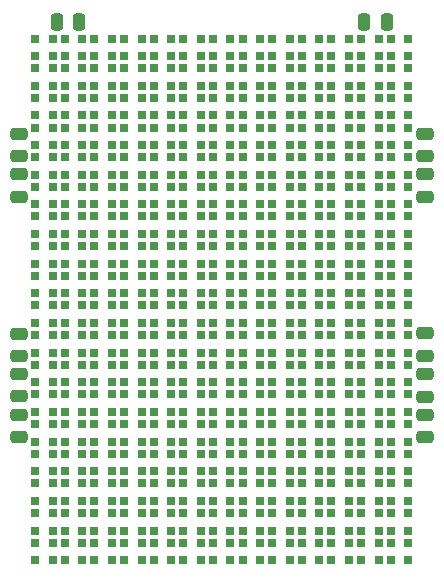
<source format=gbr>
%TF.GenerationSoftware,KiCad,Pcbnew,8.0.2*%
%TF.CreationDate,2024-06-26T19:14:06+02:00*%
%TF.ProjectId,PixelDisplay,50697865-6c44-4697-9370-6c61792e6b69,rev?*%
%TF.SameCoordinates,Original*%
%TF.FileFunction,Paste,Top*%
%TF.FilePolarity,Positive*%
%FSLAX46Y46*%
G04 Gerber Fmt 4.6, Leading zero omitted, Abs format (unit mm)*
G04 Created by KiCad (PCBNEW 8.0.2) date 2024-06-26 19:14:06*
%MOMM*%
%LPD*%
G01*
G04 APERTURE LIST*
G04 Aperture macros list*
%AMRoundRect*
0 Rectangle with rounded corners*
0 $1 Rounding radius*
0 $2 $3 $4 $5 $6 $7 $8 $9 X,Y pos of 4 corners*
0 Add a 4 corners polygon primitive as box body*
4,1,4,$2,$3,$4,$5,$6,$7,$8,$9,$2,$3,0*
0 Add four circle primitives for the rounded corners*
1,1,$1+$1,$2,$3*
1,1,$1+$1,$4,$5*
1,1,$1+$1,$6,$7*
1,1,$1+$1,$8,$9*
0 Add four rect primitives between the rounded corners*
20,1,$1+$1,$2,$3,$4,$5,0*
20,1,$1+$1,$4,$5,$6,$7,0*
20,1,$1+$1,$6,$7,$8,$9,0*
20,1,$1+$1,$8,$9,$2,$3,0*%
G04 Aperture macros list end*
%ADD10R,0.690000X0.690000*%
%ADD11RoundRect,0.250000X-0.475000X0.250000X-0.475000X-0.250000X0.475000X-0.250000X0.475000X0.250000X0*%
%ADD12RoundRect,0.250000X0.475000X-0.250000X0.475000X0.250000X-0.475000X0.250000X-0.475000X-0.250000X0*%
%ADD13RoundRect,0.250000X0.250000X0.475000X-0.250000X0.475000X-0.250000X-0.475000X0.250000X-0.475000X0*%
G04 APERTURE END LIST*
D10*
%TO.C,ICled210*%
X148324112Y-85256000D03*
X148324112Y-86746000D03*
X146834112Y-86746000D03*
X146834112Y-85256000D03*
%TD*%
%TO.C,ICled127*%
X145814362Y-72705100D03*
X145814362Y-74195100D03*
X144324362Y-74195100D03*
X144324362Y-72705100D03*
%TD*%
%TO.C,ICled117*%
X168402112Y-67684400D03*
X168402112Y-69174400D03*
X166912112Y-69174400D03*
X166912112Y-67684400D03*
%TD*%
%TO.C,ICled136*%
X153343612Y-72705100D03*
X153343612Y-74195100D03*
X151853612Y-74195100D03*
X151853612Y-72705100D03*
%TD*%
%TO.C,ICled68*%
X160872862Y-60154200D03*
X160872862Y-61644200D03*
X159382862Y-61644200D03*
X159382862Y-60154200D03*
%TD*%
%TO.C,ICled193*%
X168402112Y-77725800D03*
X168402112Y-79215800D03*
X166912112Y-79215800D03*
X166912112Y-77725800D03*
%TD*%
%TO.C,ICled22*%
X155853355Y-50114500D03*
X155853355Y-51604500D03*
X154363355Y-51604500D03*
X154363355Y-50114500D03*
%TD*%
D11*
%TO.C,C4*%
X169800000Y-55660000D03*
X169800000Y-57560000D03*
%TD*%
D10*
%TO.C,ICled32*%
X163382612Y-52624000D03*
X163382612Y-54114000D03*
X161892612Y-54114000D03*
X161892612Y-52624000D03*
%TD*%
%TO.C,ICled125*%
X143304612Y-75214600D03*
X143304612Y-76704600D03*
X141814612Y-76704600D03*
X141814612Y-75214600D03*
%TD*%
%TO.C,ICled65*%
X158363112Y-60154200D03*
X158363112Y-61644200D03*
X156873112Y-61644200D03*
X156873112Y-60154200D03*
%TD*%
%TO.C,ICled169*%
X148324112Y-80235300D03*
X148324112Y-81725300D03*
X146834112Y-81725300D03*
X146834112Y-80235300D03*
%TD*%
%TO.C,ICled211*%
X150833862Y-87765500D03*
X150833862Y-89255500D03*
X149343862Y-89255500D03*
X149343862Y-87765500D03*
%TD*%
%TO.C,ICled42*%
X138284862Y-55135200D03*
X138284862Y-56625200D03*
X136794862Y-56625200D03*
X136794862Y-55135200D03*
%TD*%
%TO.C,ICled101*%
X155853362Y-67684400D03*
X155853362Y-69174400D03*
X154363362Y-69174400D03*
X154363362Y-67684400D03*
%TD*%
%TO.C,ICled27*%
X158363054Y-47605000D03*
X158363054Y-49095000D03*
X156873054Y-49095000D03*
X156873054Y-47605000D03*
%TD*%
%TO.C,ICled129*%
X145814362Y-70195600D03*
X145814362Y-71685600D03*
X144324362Y-71685600D03*
X144324362Y-70195600D03*
%TD*%
%TO.C,ICled140*%
X155853362Y-75214600D03*
X155853362Y-76704600D03*
X154363362Y-76704600D03*
X154363362Y-75214600D03*
%TD*%
%TO.C,ICled233*%
X168402112Y-87765500D03*
X168402112Y-89255500D03*
X166912112Y-89255500D03*
X166912112Y-87765500D03*
%TD*%
%TO.C,ICled19*%
X153343612Y-50114500D03*
X153343612Y-51604500D03*
X151853612Y-51604500D03*
X151853612Y-50114500D03*
%TD*%
%TO.C,ICled24*%
X155853332Y-47605000D03*
X155853332Y-49095000D03*
X154363332Y-49095000D03*
X154363332Y-47605000D03*
%TD*%
%TO.C,ICled30*%
X160872776Y-47605000D03*
X160872776Y-49095000D03*
X159382776Y-49095000D03*
X159382776Y-47605000D03*
%TD*%
%TO.C,ICled62*%
X155853362Y-60154200D03*
X155853362Y-61644200D03*
X154363362Y-61644200D03*
X154363362Y-60154200D03*
%TD*%
%TO.C,ICled39*%
X168402112Y-52624000D03*
X168402112Y-54114000D03*
X166912112Y-54114000D03*
X166912112Y-52624000D03*
%TD*%
%TO.C,ICled59*%
X153343612Y-60154200D03*
X153343612Y-61644200D03*
X151853612Y-61644200D03*
X151853612Y-60154200D03*
%TD*%
%TO.C,ICled87*%
X143304612Y-62665400D03*
X143304612Y-64155400D03*
X141814612Y-64155400D03*
X141814612Y-62665400D03*
%TD*%
D12*
%TO.C,C9*%
X135450000Y-77900000D03*
X135450000Y-76000000D03*
%TD*%
D10*
%TO.C,ICled35*%
X165892362Y-52624000D03*
X165892362Y-54114000D03*
X164402362Y-54114000D03*
X164402362Y-52624000D03*
%TD*%
%TO.C,ICled128*%
X145814362Y-75214600D03*
X145814362Y-76704600D03*
X144324362Y-76704600D03*
X144324362Y-75214600D03*
%TD*%
%TO.C,ICled91*%
X148324112Y-65174900D03*
X148324112Y-66664900D03*
X146834112Y-66664900D03*
X146834112Y-65174900D03*
%TD*%
%TO.C,ICled78*%
X168402112Y-60154200D03*
X168402112Y-61644200D03*
X166912112Y-61644200D03*
X166912112Y-60154200D03*
%TD*%
%TO.C,ICled51*%
X145814235Y-55135200D03*
X145814235Y-56625200D03*
X144324235Y-56625200D03*
X144324235Y-55135200D03*
%TD*%
%TO.C,ICled226*%
X163382612Y-87765500D03*
X163382612Y-89255500D03*
X161892612Y-89255500D03*
X161892612Y-87765500D03*
%TD*%
%TO.C,ICled2*%
X138285112Y-52624000D03*
X138285112Y-54114000D03*
X136795112Y-54114000D03*
X136795112Y-52624000D03*
%TD*%
%TO.C,ICled220*%
X158363112Y-87765500D03*
X158363112Y-89255500D03*
X156873112Y-89255500D03*
X156873112Y-87765500D03*
%TD*%
%TO.C,ICled116*%
X168402112Y-65174900D03*
X168402112Y-66664900D03*
X166912112Y-66664900D03*
X166912112Y-65174900D03*
%TD*%
%TO.C,ICled37*%
X168401946Y-47605000D03*
X168401946Y-49095000D03*
X166911946Y-49095000D03*
X166911946Y-47605000D03*
%TD*%
%TO.C,ICled145*%
X160872862Y-72705100D03*
X160872862Y-74195100D03*
X159382862Y-74195100D03*
X159382862Y-72705100D03*
%TD*%
%TO.C,ICled112*%
X165892362Y-65174900D03*
X165892362Y-66664900D03*
X164402362Y-66664900D03*
X164402362Y-65174900D03*
%TD*%
%TO.C,ICled223*%
X160872862Y-87765500D03*
X160872862Y-89255500D03*
X159382862Y-89255500D03*
X159382862Y-87765500D03*
%TD*%
%TO.C,ICled137*%
X153343612Y-75214600D03*
X153343612Y-76704600D03*
X151853612Y-76704600D03*
X151853612Y-75214600D03*
%TD*%
%TO.C,ICled94*%
X150833862Y-65174900D03*
X150833862Y-66664900D03*
X149343862Y-66664900D03*
X149343862Y-65174900D03*
%TD*%
%TO.C,ICled119*%
X138285112Y-75214600D03*
X138285112Y-76704600D03*
X136795112Y-76704600D03*
X136795112Y-75214600D03*
%TD*%
%TO.C,ICled151*%
X165892362Y-72705100D03*
X165892362Y-74195100D03*
X164402362Y-74195100D03*
X164402362Y-72705100D03*
%TD*%
%TO.C,ICled188*%
X163382612Y-82744800D03*
X163382612Y-84234800D03*
X161892612Y-84234800D03*
X161892612Y-82744800D03*
%TD*%
%TO.C,ICled4*%
X140794897Y-50114500D03*
X140794897Y-51604500D03*
X139304897Y-51604500D03*
X139304897Y-50114500D03*
%TD*%
%TO.C,ICled115*%
X168402112Y-62665400D03*
X168402112Y-64155400D03*
X166912112Y-64155400D03*
X166912112Y-62665400D03*
%TD*%
%TO.C,ICled133*%
X150833862Y-72705100D03*
X150833862Y-74195100D03*
X149343862Y-74195100D03*
X149343862Y-72705100D03*
%TD*%
%TO.C,ICled160*%
X140794862Y-80235300D03*
X140794862Y-81725300D03*
X139304862Y-81725300D03*
X139304862Y-80235300D03*
%TD*%
%TO.C,ICled139*%
X155853362Y-72705100D03*
X155853362Y-74195100D03*
X154363362Y-74195100D03*
X154363362Y-72705100D03*
%TD*%
%TO.C,ICled209*%
X148324112Y-90275000D03*
X148324112Y-91765000D03*
X146834112Y-91765000D03*
X146834112Y-90275000D03*
%TD*%
%TO.C,ICled189*%
X163382612Y-77725800D03*
X163382612Y-79215800D03*
X161892612Y-79215800D03*
X161892612Y-77725800D03*
%TD*%
%TO.C,ICled105*%
X158363112Y-62665400D03*
X158363112Y-64155400D03*
X156873112Y-64155400D03*
X156873112Y-62665400D03*
%TD*%
%TO.C,ICled33*%
X163382498Y-47605000D03*
X163382498Y-49095000D03*
X161892498Y-49095000D03*
X161892498Y-47605000D03*
%TD*%
%TO.C,ICled80*%
X138285112Y-67684400D03*
X138285112Y-69174400D03*
X136795112Y-69174400D03*
X136795112Y-67684400D03*
%TD*%
%TO.C,ICled154*%
X168402112Y-70195600D03*
X168402112Y-71685600D03*
X166912112Y-71685600D03*
X166912112Y-70195600D03*
%TD*%
%TO.C,ICled34*%
X165892327Y-50114500D03*
X165892327Y-51604500D03*
X164402327Y-51604500D03*
X164402327Y-50114500D03*
%TD*%
%TO.C,ICled143*%
X158363112Y-75214600D03*
X158363112Y-76704600D03*
X156873112Y-76704600D03*
X156873112Y-75214600D03*
%TD*%
%TO.C,ICled168*%
X145814362Y-77725800D03*
X145814362Y-79215800D03*
X144324362Y-79215800D03*
X144324362Y-77725800D03*
%TD*%
D13*
%TO.C,C2*%
X166570000Y-46200000D03*
X164670000Y-46200000D03*
%TD*%
D10*
%TO.C,ICled5*%
X140794862Y-52624000D03*
X140794862Y-54114000D03*
X139304862Y-54114000D03*
X139304862Y-52624000D03*
%TD*%
%TO.C,ICled205*%
X145814362Y-87765500D03*
X145814362Y-89255500D03*
X144324362Y-89255500D03*
X144324362Y-87765500D03*
%TD*%
%TO.C,ICled29*%
X160872862Y-52624000D03*
X160872862Y-54114000D03*
X159382862Y-54114000D03*
X159382862Y-52624000D03*
%TD*%
%TO.C,ICled100*%
X155853362Y-65174900D03*
X155853362Y-66664900D03*
X154363362Y-66664900D03*
X154363362Y-65174900D03*
%TD*%
%TO.C,ICled222*%
X158363112Y-85256000D03*
X158363112Y-86746000D03*
X156873112Y-86746000D03*
X156873112Y-85256000D03*
%TD*%
%TO.C,ICled163*%
X143304612Y-80235300D03*
X143304612Y-81725300D03*
X141814612Y-81725300D03*
X141814612Y-80235300D03*
%TD*%
%TO.C,ICled229*%
X165892362Y-87765500D03*
X165892362Y-89255500D03*
X164402362Y-89255500D03*
X164402362Y-87765500D03*
%TD*%
%TO.C,ICled81*%
X138285112Y-62665400D03*
X138285112Y-64155400D03*
X136795112Y-64155400D03*
X136795112Y-62665400D03*
%TD*%
%TO.C,ICled165*%
X143304612Y-77725800D03*
X143304612Y-79215800D03*
X141814612Y-79215800D03*
X141814612Y-77725800D03*
%TD*%
%TO.C,ICled130*%
X148324112Y-72705100D03*
X148324112Y-74195100D03*
X146834112Y-74195100D03*
X146834112Y-72705100D03*
%TD*%
%TO.C,ICled53*%
X148324112Y-60154200D03*
X148324112Y-61644200D03*
X146834112Y-61644200D03*
X146834112Y-60154200D03*
%TD*%
%TO.C,ICled121*%
X140794862Y-72705100D03*
X140794862Y-74195100D03*
X139304862Y-74195100D03*
X139304862Y-72705100D03*
%TD*%
%TO.C,ICled38*%
X168402071Y-50114500D03*
X168402071Y-51604500D03*
X166912071Y-51604500D03*
X166912071Y-50114500D03*
%TD*%
%TO.C,ICled144*%
X158363112Y-70195600D03*
X158363112Y-71685600D03*
X156873112Y-71685600D03*
X156873112Y-70195600D03*
%TD*%
%TO.C,ICled41*%
X138285112Y-60154200D03*
X138285112Y-61644200D03*
X136795112Y-61644200D03*
X136795112Y-60154200D03*
%TD*%
%TO.C,ICled57*%
X150833817Y-55135200D03*
X150833817Y-56625200D03*
X149343817Y-56625200D03*
X149343817Y-55135200D03*
%TD*%
%TO.C,ICled216*%
X153343612Y-85256000D03*
X153343612Y-86746000D03*
X151853612Y-86746000D03*
X151853612Y-85256000D03*
%TD*%
%TO.C,ICled96*%
X150833862Y-62665400D03*
X150833862Y-64155400D03*
X149343862Y-64155400D03*
X149343862Y-62665400D03*
%TD*%
%TO.C,ICled77*%
X168402071Y-57644700D03*
X168402071Y-59134700D03*
X166912071Y-59134700D03*
X166912071Y-57644700D03*
%TD*%
%TO.C,ICled141*%
X155853362Y-70195600D03*
X155853362Y-71685600D03*
X154363362Y-71685600D03*
X154363362Y-70195600D03*
%TD*%
%TO.C,ICled103*%
X158363112Y-65174900D03*
X158363112Y-66664900D03*
X156873112Y-66664900D03*
X156873112Y-65174900D03*
%TD*%
%TO.C,ICled181*%
X158363112Y-80235300D03*
X158363112Y-81725300D03*
X156873112Y-81725300D03*
X156873112Y-80235300D03*
%TD*%
%TO.C,ICled85*%
X143304612Y-65174900D03*
X143304612Y-66664900D03*
X141814612Y-66664900D03*
X141814612Y-65174900D03*
%TD*%
%TO.C,ICled93*%
X148324112Y-62665400D03*
X148324112Y-64155400D03*
X146834112Y-64155400D03*
X146834112Y-62665400D03*
%TD*%
%TO.C,ICled187*%
X163382612Y-80235300D03*
X163382612Y-81725300D03*
X161892612Y-81725300D03*
X161892612Y-80235300D03*
%TD*%
%TO.C,ICled174*%
X150833862Y-77725800D03*
X150833862Y-79215800D03*
X149343862Y-79215800D03*
X149343862Y-77725800D03*
%TD*%
%TO.C,ICled92*%
X148324112Y-67684400D03*
X148324112Y-69174400D03*
X146834112Y-69174400D03*
X146834112Y-67684400D03*
%TD*%
%TO.C,ICled76*%
X168402362Y-55135200D03*
X168402362Y-56625200D03*
X166912362Y-56625200D03*
X166912362Y-55135200D03*
%TD*%
%TO.C,ICled28*%
X160872841Y-50114500D03*
X160872841Y-51604500D03*
X159382841Y-51604500D03*
X159382841Y-50114500D03*
%TD*%
%TO.C,ICled20*%
X153343612Y-52624000D03*
X153343612Y-54114000D03*
X151853612Y-54114000D03*
X151853612Y-52624000D03*
%TD*%
%TO.C,ICled171*%
X148324112Y-77725800D03*
X148324112Y-79215800D03*
X146834112Y-79215800D03*
X146834112Y-77725800D03*
%TD*%
%TO.C,ICled120*%
X138285112Y-70195600D03*
X138285112Y-71685600D03*
X136795112Y-71685600D03*
X136795112Y-70195600D03*
%TD*%
%TO.C,ICled82*%
X140794862Y-65174900D03*
X140794862Y-66664900D03*
X139304862Y-66664900D03*
X139304862Y-65174900D03*
%TD*%
%TO.C,ICled185*%
X160872862Y-82744800D03*
X160872862Y-84234800D03*
X159382862Y-84234800D03*
X159382862Y-82744800D03*
%TD*%
%TO.C,ICled11*%
X145814362Y-52624000D03*
X145814362Y-54114000D03*
X144324362Y-54114000D03*
X144324362Y-52624000D03*
%TD*%
%TO.C,ICled155*%
X168402112Y-72705100D03*
X168402112Y-74195100D03*
X166912112Y-74195100D03*
X166912112Y-72705100D03*
%TD*%
%TO.C,ICled180*%
X155853362Y-77725800D03*
X155853362Y-79215800D03*
X154363362Y-79215800D03*
X154363362Y-77725800D03*
%TD*%
%TO.C,ICled83*%
X140794862Y-67684400D03*
X140794862Y-69174400D03*
X139304862Y-69174400D03*
X139304862Y-67684400D03*
%TD*%
%TO.C,ICled55*%
X150833869Y-57644700D03*
X150833869Y-59134700D03*
X149343869Y-59134700D03*
X149343869Y-57644700D03*
%TD*%
D12*
%TO.C,C8*%
X135450000Y-74500000D03*
X135450000Y-72600000D03*
%TD*%
D10*
%TO.C,ICled44*%
X140794862Y-60154200D03*
X140794862Y-61644200D03*
X139304862Y-61644200D03*
X139304862Y-60154200D03*
%TD*%
%TO.C,ICled198*%
X138285112Y-85256000D03*
X138285112Y-86746000D03*
X136795112Y-86746000D03*
X136795112Y-85256000D03*
%TD*%
%TO.C,ICled102*%
X155853362Y-62665400D03*
X155853362Y-64155400D03*
X154363362Y-64155400D03*
X154363362Y-62665400D03*
%TD*%
%TO.C,ICled64*%
X158363098Y-57644700D03*
X158363098Y-59134700D03*
X156873098Y-59134700D03*
X156873098Y-57644700D03*
%TD*%
%TO.C,ICled207*%
X145814362Y-85256000D03*
X145814362Y-86746000D03*
X144324362Y-86746000D03*
X144324362Y-85256000D03*
%TD*%
%TO.C,ICled7*%
X143304640Y-50114500D03*
X143304640Y-51604500D03*
X141814640Y-51604500D03*
X141814640Y-50114500D03*
%TD*%
%TO.C,ICled231*%
X165892362Y-85256000D03*
X165892362Y-86746000D03*
X164402362Y-86746000D03*
X164402362Y-85256000D03*
%TD*%
%TO.C,ICled182*%
X158363112Y-82744800D03*
X158363112Y-84234800D03*
X156873112Y-84234800D03*
X156873112Y-82744800D03*
%TD*%
%TO.C,ICled153*%
X165892362Y-70195600D03*
X165892362Y-71685600D03*
X164402362Y-71685600D03*
X164402362Y-70195600D03*
%TD*%
%TO.C,ICled74*%
X165892362Y-60154200D03*
X165892362Y-61644200D03*
X164402362Y-61644200D03*
X164402362Y-60154200D03*
%TD*%
%TO.C,ICled190*%
X165892362Y-80235300D03*
X165892362Y-81725300D03*
X164402362Y-81725300D03*
X164402362Y-80235300D03*
%TD*%
%TO.C,ICled179*%
X155853362Y-82744800D03*
X155853362Y-84234800D03*
X154363362Y-84234800D03*
X154363362Y-82744800D03*
%TD*%
%TO.C,ICled150*%
X163382612Y-70195600D03*
X163382612Y-71685600D03*
X161892612Y-71685600D03*
X161892612Y-70195600D03*
%TD*%
%TO.C,ICled1*%
X138285154Y-50114500D03*
X138285154Y-51604500D03*
X136795154Y-51604500D03*
X136795154Y-50114500D03*
%TD*%
%TO.C,ICled214*%
X153343612Y-87765500D03*
X153343612Y-89255500D03*
X151853612Y-89255500D03*
X151853612Y-87765500D03*
%TD*%
%TO.C,ICled113*%
X165892362Y-67684400D03*
X165892362Y-69174400D03*
X164402362Y-69174400D03*
X164402362Y-67684400D03*
%TD*%
%TO.C,ICled219*%
X155853362Y-85256000D03*
X155853362Y-86746000D03*
X154363362Y-86746000D03*
X154363362Y-85256000D03*
%TD*%
%TO.C,ICled170*%
X148324112Y-82744800D03*
X148324112Y-84234800D03*
X146834112Y-84234800D03*
X146834112Y-82744800D03*
%TD*%
%TO.C,ICled197*%
X138285112Y-90275000D03*
X138285112Y-91765000D03*
X136795112Y-91765000D03*
X136795112Y-90275000D03*
%TD*%
%TO.C,ICled146*%
X160872862Y-75214600D03*
X160872862Y-76704600D03*
X159382862Y-76704600D03*
X159382862Y-75214600D03*
%TD*%
%TO.C,ICled208*%
X148324112Y-87765500D03*
X148324112Y-89255500D03*
X146834112Y-89255500D03*
X146834112Y-87765500D03*
%TD*%
%TO.C,ICled172*%
X150833862Y-80235300D03*
X150833862Y-81725300D03*
X149343862Y-81725300D03*
X149343862Y-80235300D03*
%TD*%
%TO.C,ICled66*%
X158363190Y-55135200D03*
X158363190Y-56625200D03*
X156873190Y-56625200D03*
X156873190Y-55135200D03*
%TD*%
%TO.C,ICled8*%
X143304612Y-52624000D03*
X143304612Y-54114000D03*
X141814612Y-54114000D03*
X141814612Y-52624000D03*
%TD*%
%TO.C,ICled61*%
X155853355Y-57644700D03*
X155853355Y-59134700D03*
X154363355Y-59134700D03*
X154363355Y-57644700D03*
%TD*%
%TO.C,ICled213*%
X150833862Y-85256000D03*
X150833862Y-86746000D03*
X149343862Y-86746000D03*
X149343862Y-85256000D03*
%TD*%
%TO.C,ICled183*%
X158363112Y-77725800D03*
X158363112Y-79215800D03*
X156873112Y-79215800D03*
X156873112Y-77725800D03*
%TD*%
%TO.C,ICled225*%
X160872862Y-85256000D03*
X160872862Y-86746000D03*
X159382862Y-86746000D03*
X159382862Y-85256000D03*
%TD*%
%TO.C,ICled224*%
X160872862Y-90275000D03*
X160872862Y-91765000D03*
X159382862Y-91765000D03*
X159382862Y-90275000D03*
%TD*%
%TO.C,ICled200*%
X140794862Y-90275000D03*
X140794862Y-91765000D03*
X139304862Y-91765000D03*
X139304862Y-90275000D03*
%TD*%
%TO.C,ICled10*%
X145814383Y-50114500D03*
X145814383Y-51604500D03*
X144324383Y-51604500D03*
X144324383Y-50114500D03*
%TD*%
%TO.C,ICled176*%
X153343612Y-82744800D03*
X153343612Y-84234800D03*
X151853612Y-84234800D03*
X151853612Y-82744800D03*
%TD*%
%TO.C,ICled89*%
X145814362Y-67684400D03*
X145814362Y-69174400D03*
X144324362Y-69174400D03*
X144324362Y-67684400D03*
%TD*%
D12*
%TO.C,C7*%
X169800000Y-74475000D03*
X169800000Y-72575000D03*
%TD*%
D10*
%TO.C,ICled13*%
X148324126Y-50114500D03*
X148324126Y-51604500D03*
X146834126Y-51604500D03*
X146834126Y-50114500D03*
%TD*%
%TO.C,ICled15*%
X148324166Y-47605000D03*
X148324166Y-49095000D03*
X146834166Y-49095000D03*
X146834166Y-47605000D03*
%TD*%
%TO.C,ICled227*%
X163382612Y-90275000D03*
X163382612Y-91765000D03*
X161892612Y-91765000D03*
X161892612Y-90275000D03*
%TD*%
%TO.C,ICled206*%
X145814362Y-90275000D03*
X145814362Y-91765000D03*
X144324362Y-91765000D03*
X144324362Y-90275000D03*
%TD*%
%TO.C,ICled45*%
X140794653Y-55135200D03*
X140794653Y-56625200D03*
X139304653Y-56625200D03*
X139304653Y-55135200D03*
%TD*%
%TO.C,ICled152*%
X165892362Y-75214600D03*
X165892362Y-76704600D03*
X164402362Y-76704600D03*
X164402362Y-75214600D03*
%TD*%
%TO.C,ICled23*%
X155853362Y-52624000D03*
X155853362Y-54114000D03*
X154363362Y-54114000D03*
X154363362Y-52624000D03*
%TD*%
%TO.C,ICled52*%
X148324126Y-57644700D03*
X148324126Y-59134700D03*
X146834126Y-59134700D03*
X146834126Y-57644700D03*
%TD*%
%TO.C,ICled204*%
X143304612Y-85256000D03*
X143304612Y-86746000D03*
X141814612Y-86746000D03*
X141814612Y-85256000D03*
%TD*%
%TO.C,ICled69*%
X160872981Y-55135200D03*
X160872981Y-56625200D03*
X159382981Y-56625200D03*
X159382981Y-55135200D03*
%TD*%
%TO.C,ICled135*%
X150833862Y-70195600D03*
X150833862Y-71685600D03*
X149343862Y-71685600D03*
X149343862Y-70195600D03*
%TD*%
%TO.C,ICled138*%
X153343612Y-70195600D03*
X153343612Y-71685600D03*
X151853612Y-71685600D03*
X151853612Y-70195600D03*
%TD*%
%TO.C,ICled199*%
X140794862Y-87765500D03*
X140794862Y-89255500D03*
X139304862Y-89255500D03*
X139304862Y-87765500D03*
%TD*%
%TO.C,ICled56*%
X150833862Y-60154200D03*
X150833862Y-61644200D03*
X149343862Y-61644200D03*
X149343862Y-60154200D03*
%TD*%
D12*
%TO.C,C3*%
X135450000Y-57560000D03*
X135450000Y-55660000D03*
%TD*%
D10*
%TO.C,ICled108*%
X160872862Y-62665400D03*
X160872862Y-64155400D03*
X159382862Y-64155400D03*
X159382862Y-62665400D03*
%TD*%
%TO.C,ICled228*%
X163382612Y-85256000D03*
X163382612Y-86746000D03*
X161892612Y-86746000D03*
X161892612Y-85256000D03*
%TD*%
%TO.C,ICled158*%
X138285112Y-82744800D03*
X138285112Y-84234800D03*
X136795112Y-84234800D03*
X136795112Y-82744800D03*
%TD*%
D12*
%TO.C,C6*%
X135450000Y-61010000D03*
X135450000Y-59110000D03*
%TD*%
D10*
%TO.C,ICled215*%
X153343612Y-90275000D03*
X153343612Y-91765000D03*
X151853612Y-91765000D03*
X151853612Y-90275000D03*
%TD*%
%TO.C,ICled90*%
X145814362Y-62665400D03*
X145814362Y-64155400D03*
X144324362Y-64155400D03*
X144324362Y-62665400D03*
%TD*%
%TO.C,ICled175*%
X153343612Y-80235300D03*
X153343612Y-81725300D03*
X151853612Y-81725300D03*
X151853612Y-80235300D03*
%TD*%
%TO.C,ICled43*%
X140794897Y-57644700D03*
X140794897Y-59134700D03*
X139304897Y-59134700D03*
X139304897Y-57644700D03*
%TD*%
%TO.C,ICled147*%
X160872862Y-70195600D03*
X160872862Y-71685600D03*
X159382862Y-71685600D03*
X159382862Y-70195600D03*
%TD*%
%TO.C,ICled58*%
X153343612Y-57644700D03*
X153343612Y-59134700D03*
X151853612Y-59134700D03*
X151853612Y-57644700D03*
%TD*%
%TO.C,ICled131*%
X148324112Y-75214600D03*
X148324112Y-76704600D03*
X146834112Y-76704600D03*
X146834112Y-75214600D03*
%TD*%
%TO.C,ICled192*%
X165892362Y-77725800D03*
X165892362Y-79215800D03*
X164402362Y-79215800D03*
X164402362Y-77725800D03*
%TD*%
%TO.C,ICled164*%
X143304612Y-82744800D03*
X143304612Y-84234800D03*
X141814612Y-84234800D03*
X141814612Y-82744800D03*
%TD*%
%TO.C,ICled98*%
X153343612Y-67684400D03*
X153343612Y-69174400D03*
X151853612Y-69174400D03*
X151853612Y-67684400D03*
%TD*%
%TO.C,ICled21*%
X153343610Y-47605000D03*
X153343610Y-49095000D03*
X151853610Y-49095000D03*
X151853610Y-47605000D03*
%TD*%
%TO.C,ICled79*%
X138285112Y-65174900D03*
X138285112Y-66664900D03*
X136795112Y-66664900D03*
X136795112Y-65174900D03*
%TD*%
%TO.C,ICled25*%
X158363098Y-50114500D03*
X158363098Y-51604500D03*
X156873098Y-51604500D03*
X156873098Y-50114500D03*
%TD*%
%TO.C,ICled6*%
X140795000Y-47605000D03*
X140795000Y-49095000D03*
X139305000Y-49095000D03*
X139305000Y-47605000D03*
%TD*%
%TO.C,ICled84*%
X140794862Y-62665400D03*
X140794862Y-64155400D03*
X139304862Y-64155400D03*
X139304862Y-62665400D03*
%TD*%
%TO.C,ICled107*%
X160872862Y-67684400D03*
X160872862Y-69174400D03*
X159382862Y-69174400D03*
X159382862Y-67684400D03*
%TD*%
%TO.C,ICled26*%
X158363112Y-52624000D03*
X158363112Y-54114000D03*
X156873112Y-54114000D03*
X156873112Y-52624000D03*
%TD*%
%TO.C,ICled40*%
X138285154Y-57644700D03*
X138285154Y-59134700D03*
X136795154Y-59134700D03*
X136795154Y-57644700D03*
%TD*%
%TO.C,ICled123*%
X140794862Y-70195600D03*
X140794862Y-71685600D03*
X139304862Y-71685600D03*
X139304862Y-70195600D03*
%TD*%
%TO.C,ICled60*%
X153343608Y-55135200D03*
X153343608Y-56625200D03*
X151853608Y-56625200D03*
X151853608Y-55135200D03*
%TD*%
%TO.C,ICled195*%
X168402112Y-82744800D03*
X168402112Y-84234800D03*
X166912112Y-84234800D03*
X166912112Y-82744800D03*
%TD*%
%TO.C,ICled217*%
X155853362Y-87765500D03*
X155853362Y-89255500D03*
X154363362Y-89255500D03*
X154363362Y-87765500D03*
%TD*%
%TO.C,ICled18*%
X150833888Y-47605000D03*
X150833888Y-49095000D03*
X149343888Y-49095000D03*
X149343888Y-47605000D03*
%TD*%
%TO.C,ICled114*%
X165892362Y-62665400D03*
X165892362Y-64155400D03*
X164402362Y-64155400D03*
X164402362Y-62665400D03*
%TD*%
%TO.C,ICled75*%
X165892563Y-55135200D03*
X165892563Y-56625200D03*
X164402563Y-56625200D03*
X164402563Y-55135200D03*
%TD*%
%TO.C,ICled161*%
X140794862Y-82744800D03*
X140794862Y-84234800D03*
X139304862Y-84234800D03*
X139304862Y-82744800D03*
%TD*%
%TO.C,ICled63*%
X155853399Y-55135200D03*
X155853399Y-56625200D03*
X154363399Y-56625200D03*
X154363399Y-55135200D03*
%TD*%
%TO.C,ICled173*%
X150833862Y-82744800D03*
X150833862Y-84234800D03*
X149343862Y-84234800D03*
X149343862Y-82744800D03*
%TD*%
%TO.C,ICled221*%
X158363112Y-90275000D03*
X158363112Y-91765000D03*
X156873112Y-91765000D03*
X156873112Y-90275000D03*
%TD*%
%TO.C,ICled86*%
X143304612Y-67684400D03*
X143304612Y-69174400D03*
X141814612Y-69174400D03*
X141814612Y-67684400D03*
%TD*%
%TO.C,ICled48*%
X143304444Y-55135200D03*
X143304444Y-56625200D03*
X141814444Y-56625200D03*
X141814444Y-55135200D03*
%TD*%
%TO.C,ICled212*%
X150833862Y-90275000D03*
X150833862Y-91765000D03*
X149343862Y-91765000D03*
X149343862Y-90275000D03*
%TD*%
%TO.C,ICled132*%
X148324112Y-70195600D03*
X148324112Y-71685600D03*
X146834112Y-71685600D03*
X146834112Y-70195600D03*
%TD*%
%TO.C,ICled149*%
X163382612Y-75214600D03*
X163382612Y-76704600D03*
X161892612Y-76704600D03*
X161892612Y-75214600D03*
%TD*%
%TO.C,ICled184*%
X160872862Y-80235300D03*
X160872862Y-81725300D03*
X159382862Y-81725300D03*
X159382862Y-80235300D03*
%TD*%
%TO.C,ICled196*%
X138285112Y-87765500D03*
X138285112Y-89255500D03*
X136795112Y-89255500D03*
X136795112Y-87765500D03*
%TD*%
D13*
%TO.C,C1*%
X140520000Y-46200000D03*
X138620000Y-46200000D03*
%TD*%
D10*
%TO.C,ICled36*%
X165892220Y-47605000D03*
X165892220Y-49095000D03*
X164402220Y-49095000D03*
X164402220Y-47605000D03*
%TD*%
%TO.C,ICled122*%
X140794862Y-75214600D03*
X140794862Y-76704600D03*
X139304862Y-76704600D03*
X139304862Y-75214600D03*
%TD*%
%TO.C,ICled124*%
X143304612Y-72705100D03*
X143304612Y-74195100D03*
X141814612Y-74195100D03*
X141814612Y-72705100D03*
%TD*%
%TO.C,ICled203*%
X143304612Y-90275000D03*
X143304612Y-91765000D03*
X141814612Y-91765000D03*
X141814612Y-90275000D03*
%TD*%
%TO.C,ICled194*%
X168402112Y-80235300D03*
X168402112Y-81725300D03*
X166912112Y-81725300D03*
X166912112Y-80235300D03*
%TD*%
%TO.C,ICled50*%
X145814362Y-60154200D03*
X145814362Y-61644200D03*
X144324362Y-61644200D03*
X144324362Y-60154200D03*
%TD*%
%TO.C,ICled111*%
X163382612Y-62665400D03*
X163382612Y-64155400D03*
X161892612Y-64155400D03*
X161892612Y-62665400D03*
%TD*%
%TO.C,ICled73*%
X165892327Y-57644700D03*
X165892327Y-59134700D03*
X164402327Y-59134700D03*
X164402327Y-57644700D03*
%TD*%
%TO.C,ICled202*%
X143304612Y-87765500D03*
X143304612Y-89255500D03*
X141814612Y-89255500D03*
X141814612Y-87765500D03*
%TD*%
%TO.C,ICled47*%
X143304612Y-60154200D03*
X143304612Y-61644200D03*
X141814612Y-61644200D03*
X141814612Y-60154200D03*
%TD*%
%TO.C,ICled9*%
X143304722Y-47605000D03*
X143304722Y-49095000D03*
X141814722Y-49095000D03*
X141814722Y-47605000D03*
%TD*%
D11*
%TO.C,C5*%
X169800000Y-59110000D03*
X169800000Y-61010000D03*
%TD*%
D10*
%TO.C,ICled162*%
X140794862Y-77725800D03*
X140794862Y-79215800D03*
X139304862Y-79215800D03*
X139304862Y-77725800D03*
%TD*%
%TO.C,ICled178*%
X155853362Y-80235300D03*
X155853362Y-81725300D03*
X154363362Y-81725300D03*
X154363362Y-80235300D03*
%TD*%
%TO.C,ICled54*%
X148324026Y-55135200D03*
X148324026Y-56625200D03*
X146834026Y-56625200D03*
X146834026Y-55135200D03*
%TD*%
%TO.C,ICled156*%
X168402112Y-75214600D03*
X168402112Y-76704600D03*
X166912112Y-76704600D03*
X166912112Y-75214600D03*
%TD*%
%TO.C,ICled104*%
X158363112Y-67684400D03*
X158363112Y-69174400D03*
X156873112Y-69174400D03*
X156873112Y-67684400D03*
%TD*%
%TO.C,ICled12*%
X145814444Y-47605000D03*
X145814444Y-49095000D03*
X144324444Y-49095000D03*
X144324444Y-47605000D03*
%TD*%
D11*
%TO.C,C12*%
X169800000Y-79475000D03*
X169800000Y-81375000D03*
%TD*%
D10*
%TO.C,ICled17*%
X150833862Y-52624000D03*
X150833862Y-54114000D03*
X149343862Y-54114000D03*
X149343862Y-52624000D03*
%TD*%
%TO.C,ICled16*%
X150833869Y-50114500D03*
X150833869Y-51604500D03*
X149343869Y-51604500D03*
X149343869Y-50114500D03*
%TD*%
%TO.C,ICled95*%
X150833862Y-67684400D03*
X150833862Y-69174400D03*
X149343862Y-69174400D03*
X149343862Y-67684400D03*
%TD*%
%TO.C,ICled134*%
X150833862Y-75214600D03*
X150833862Y-76704600D03*
X149343862Y-76704600D03*
X149343862Y-75214600D03*
%TD*%
%TO.C,ICled106*%
X160872862Y-65174900D03*
X160872862Y-66664900D03*
X159382862Y-66664900D03*
X159382862Y-65174900D03*
%TD*%
%TO.C,ICled186*%
X160872862Y-77725800D03*
X160872862Y-79215800D03*
X159382862Y-79215800D03*
X159382862Y-77725800D03*
%TD*%
%TO.C,ICled201*%
X140794862Y-85256000D03*
X140794862Y-86746000D03*
X139304862Y-86746000D03*
X139304862Y-85256000D03*
%TD*%
%TO.C,ICled232*%
X168402112Y-85256000D03*
X168402112Y-86746000D03*
X166912112Y-86746000D03*
X166912112Y-85256000D03*
%TD*%
%TO.C,ICled230*%
X165892362Y-90275000D03*
X165892362Y-91765000D03*
X164402362Y-91765000D03*
X164402362Y-90275000D03*
%TD*%
%TO.C,ICled97*%
X153343612Y-65174900D03*
X153343612Y-66664900D03*
X151853612Y-66664900D03*
X151853612Y-65174900D03*
%TD*%
%TO.C,ICled148*%
X163382612Y-72705100D03*
X163382612Y-74195100D03*
X161892612Y-74195100D03*
X161892612Y-72705100D03*
%TD*%
%TO.C,ICled109*%
X163382612Y-65174900D03*
X163382612Y-66664900D03*
X161892612Y-66664900D03*
X161892612Y-65174900D03*
%TD*%
%TO.C,ICled234*%
X168402112Y-90275000D03*
X168402112Y-91765000D03*
X166912112Y-91765000D03*
X166912112Y-90275000D03*
%TD*%
%TO.C,ICled159*%
X138285112Y-77725800D03*
X138285112Y-79215800D03*
X136795112Y-79215800D03*
X136795112Y-77725800D03*
%TD*%
%TO.C,ICled67*%
X160872841Y-57644700D03*
X160872841Y-59134700D03*
X159382841Y-59134700D03*
X159382841Y-57644700D03*
%TD*%
%TO.C,ICled70*%
X163382584Y-57644700D03*
X163382584Y-59134700D03*
X161892584Y-59134700D03*
X161892584Y-57644700D03*
%TD*%
%TO.C,ICled191*%
X165892362Y-82744800D03*
X165892362Y-84234800D03*
X164402362Y-84234800D03*
X164402362Y-82744800D03*
%TD*%
%TO.C,ICled46*%
X143304640Y-57644700D03*
X143304640Y-59134700D03*
X141814640Y-59134700D03*
X141814640Y-57644700D03*
%TD*%
%TO.C,ICled99*%
X153343612Y-62665400D03*
X153343612Y-64155400D03*
X151853612Y-64155400D03*
X151853612Y-62665400D03*
%TD*%
%TO.C,ICled31*%
X163382584Y-50114500D03*
X163382584Y-51604500D03*
X161892584Y-51604500D03*
X161892584Y-50114500D03*
%TD*%
%TO.C,ICled218*%
X155853362Y-90275000D03*
X155853362Y-91765000D03*
X154363362Y-91765000D03*
X154363362Y-90275000D03*
%TD*%
D11*
%TO.C,C10*%
X135450000Y-79450000D03*
X135450000Y-81350000D03*
%TD*%
D10*
%TO.C,ICled3*%
X138285278Y-47605000D03*
X138285278Y-49095000D03*
X136795278Y-49095000D03*
X136795278Y-47605000D03*
%TD*%
%TO.C,ICled110*%
X163382612Y-67684400D03*
X163382612Y-69174400D03*
X161892612Y-69174400D03*
X161892612Y-67684400D03*
%TD*%
%TO.C,ICled157*%
X138285112Y-80235300D03*
X138285112Y-81725300D03*
X136795112Y-81725300D03*
X136795112Y-80235300D03*
%TD*%
D12*
%TO.C,C11*%
X169800000Y-77925000D03*
X169800000Y-76025000D03*
%TD*%
D10*
%TO.C,ICled166*%
X145814362Y-80235300D03*
X145814362Y-81725300D03*
X144324362Y-81725300D03*
X144324362Y-80235300D03*
%TD*%
%TO.C,ICled142*%
X158363112Y-72705100D03*
X158363112Y-74195100D03*
X156873112Y-74195100D03*
X156873112Y-72705100D03*
%TD*%
%TO.C,ICled49*%
X145814383Y-57644700D03*
X145814383Y-59134700D03*
X144324383Y-59134700D03*
X144324383Y-57644700D03*
%TD*%
%TO.C,ICled126*%
X143304612Y-70195600D03*
X143304612Y-71685600D03*
X141814612Y-71685600D03*
X141814612Y-70195600D03*
%TD*%
%TO.C,ICled167*%
X145814362Y-82744800D03*
X145814362Y-84234800D03*
X144324362Y-84234800D03*
X144324362Y-82744800D03*
%TD*%
%TO.C,ICled71*%
X163382612Y-60154200D03*
X163382612Y-61644200D03*
X161892612Y-61644200D03*
X161892612Y-60154200D03*
%TD*%
%TO.C,ICled14*%
X148324112Y-52624000D03*
X148324112Y-54114000D03*
X146834112Y-54114000D03*
X146834112Y-52624000D03*
%TD*%
%TO.C,ICled72*%
X163382772Y-55135200D03*
X163382772Y-56625200D03*
X161892772Y-56625200D03*
X161892772Y-55135200D03*
%TD*%
%TO.C,ICled118*%
X138285112Y-72705100D03*
X138285112Y-74195100D03*
X136795112Y-74195100D03*
X136795112Y-72705100D03*
%TD*%
%TO.C,ICled177*%
X153343612Y-77725800D03*
X153343612Y-79215800D03*
X151853612Y-79215800D03*
X151853612Y-77725800D03*
%TD*%
%TO.C,ICled88*%
X145814362Y-65174900D03*
X145814362Y-66664900D03*
X144324362Y-66664900D03*
X144324362Y-65174900D03*
%TD*%
M02*

</source>
